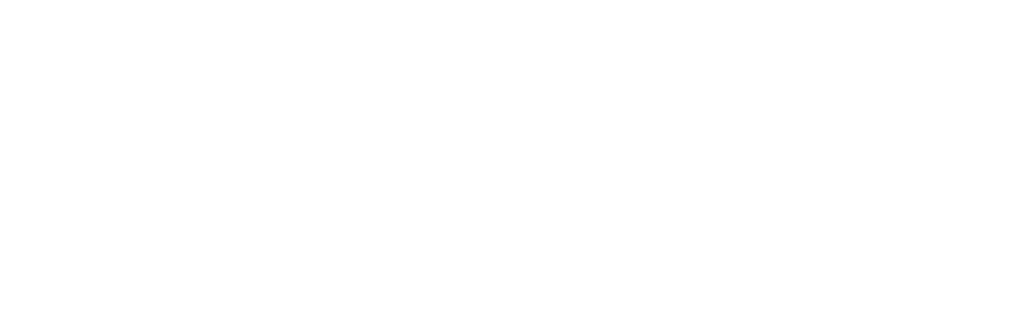
<source format=kicad_pcb>
(kicad_pcb (version 20171130) (host pcbnew "(5.0.1)-4")

  (general
    (thickness 1.6)
    (drawings 18)
    (tracks 0)
    (zones 0)
    (modules 0)
    (nets 1)
  )

  (page A4)
  (layers
    (0 F.Cu signal)
    (31 B.Cu signal)
    (32 B.Adhes user)
    (33 F.Adhes user)
    (34 B.Paste user)
    (35 F.Paste user)
    (36 B.SilkS user)
    (37 F.SilkS user)
    (38 B.Mask user)
    (39 F.Mask user)
    (40 Dwgs.User user)
    (41 Cmts.User user)
    (42 Eco1.User user)
    (43 Eco2.User user)
    (44 Edge.Cuts user)
    (45 Margin user)
    (46 B.CrtYd user)
    (47 F.CrtYd user)
    (48 B.Fab user)
    (49 F.Fab user)
  )

  (setup
    (last_trace_width 0.25)
    (trace_clearance 0.2)
    (zone_clearance 0.508)
    (zone_45_only no)
    (trace_min 0.2)
    (segment_width 0.3)
    (edge_width 0.2)
    (via_size 0.8)
    (via_drill 0.4)
    (via_min_size 0.4)
    (via_min_drill 0.3)
    (uvia_size 0.3)
    (uvia_drill 0.1)
    (uvias_allowed no)
    (uvia_min_size 0.2)
    (uvia_min_drill 0.1)
    (pcb_text_width 0.3)
    (pcb_text_size 1.5 1.5)
    (mod_edge_width 0.15)
    (mod_text_size 1 1)
    (mod_text_width 0.15)
    (pad_size 1.524 1.524)
    (pad_drill 0.762)
    (pad_to_mask_clearance 0.051)
    (solder_mask_min_width 0.25)
    (aux_axis_origin 0 0)
    (visible_elements 7FFFFFFF)
    (pcbplotparams
      (layerselection 0x010f0_ffffffff)
      (usegerberextensions false)
      (usegerberattributes false)
      (usegerberadvancedattributes false)
      (creategerberjobfile false)
      (excludeedgelayer true)
      (linewidth 0.100000)
      (plotframeref false)
      (viasonmask false)
      (mode 1)
      (useauxorigin false)
      (hpglpennumber 1)
      (hpglpenspeed 20)
      (hpglpendiameter 15.000000)
      (psnegative false)
      (psa4output false)
      (plotreference true)
      (plotvalue true)
      (plotinvisibletext false)
      (padsonsilk false)
      (subtractmaskfromsilk false)
      (outputformat 1)
      (mirror false)
      (drillshape 0)
      (scaleselection 1)
      (outputdirectory ""))
  )

  (net 0 "")

  (net_class Default "This is the default net class."
    (clearance 0.2)
    (trace_width 0.25)
    (via_dia 0.8)
    (via_drill 0.4)
    (uvia_dia 0.3)
    (uvia_drill 0.1)
  )

  (gr_circle (center 73.45 3) (end 75.05 3.15) (layer Eco2.User) (width 0.2) (tstamp 5DB24C8C))
  (gr_circle (center 73.45 36.65) (end 75.05 36.8) (layer Eco2.User) (width 0.2) (tstamp 5DB24C77))
  (gr_circle (center 7.5 36.65) (end 9.1 36.8) (layer Eco2.User) (width 0.2) (tstamp 5DB24C70))
  (gr_circle (center 7.5 3) (end 9.1 3.15) (layer Eco2.User) (width 0.2))
  (gr_circle (center 47.900781 10.400781) (end 49.500781 10.350781) (layer Eco2.User) (width 0.2))
  (gr_circle (center 68.95 19.8) (end 73.45 19.8) (layer Eco2.User) (width 0.2) (tstamp 5DB24BFB))
  (gr_circle (center 47.9 19.8) (end 52.4 19.8) (layer Eco2.User) (width 0.2))
  (gr_circle (center 26.85 19.85) (end 30.35 19.85) (layer Eco2.User) (width 0.2))
  (gr_circle (center 6.95 25.8) (end 10.1 25.8) (layer Eco2.User) (width 0.2) (tstamp 5DB24443))
  (gr_circle (center 6.95 13.8) (end 10.1 13.8) (layer Eco2.User) (width 0.2))
  (gr_line (start 80.9 0) (end 80.9 39.65) (layer Eco2.User) (width 0.2))
  (gr_line (start 0 0) (end 80.9 0) (layer Eco2.User) (width 0.2))
  (gr_line (start 0 39.65) (end 80.9 39.65) (layer Eco2.User) (width 0.2))
  (gr_line (start 0 0) (end 0 39.65) (layer Eco2.User) (width 0.2))
  (gr_circle (center 7.5 36.65) (end 9.1 36.45) (layer Eco2.User) (width 0.2) (tstamp 5DA91938))
  (gr_circle (center 7.5 3) (end 9.1 2.8) (layer Eco2.User) (width 0.2))
  (gr_line (start 0 0) (end 121.6 0) (layer Eco2.User) (width 0.2))
  (gr_line (start 0 0) (end 0 39.65) (layer Eco2.User) (width 0.2))

)

</source>
